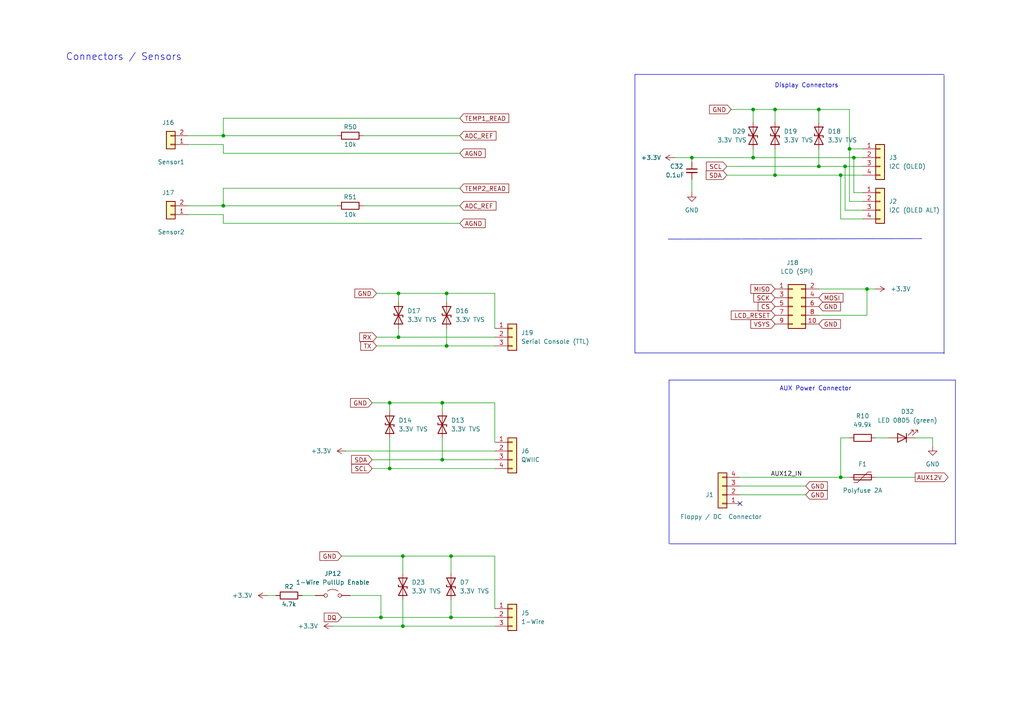
<source format=kicad_sch>
(kicad_sch (version 20231120) (generator "eeschema") (generator_version "8.0")
  (paper "A4")
  (title_block (title "FanPico-0401D v1.1") (date "2024-08-15") (company "Timo Kokkonen <tjko@iki.fi>") (comment 3 "Fanpico firmware reference PCB."))
  (lib_symbols
    (symbol "Connector_Generic:Conn_01x02" (pin_names (offset 1.016) hide)
      (property "Reference" "J" (at 0 2.54 0))
      (property "Value" "Conn_01x02" (at 0 -5.08 0))
      (symbol "Conn_01x02_1_1"
        (rectangle (start -1.27 -2.413) (end 0 -2.667) (stroke (width 0.1524)))
        (rectangle (start -1.27 0.127) (end 0 -0.127) (stroke (width 0.1524)))
        (rectangle (start -1.27 1.27) (end 1.27 -3.81) (stroke (width 0.254)) (fill (type background)))
        (pin passive line (at -5.08 0 0) (length 3.81) (name "Pin_1") (number "1"))
        (pin passive line (at -5.08 -2.54 0) (length 3.81) (name "Pin_2") (number "2"))
      )
    )
    (symbol "Connector_Generic:Conn_01x03" (pin_names (offset 1.016) hide)
      (property "Reference" "J" (at 0 5.08 0))
      (property "Value" "Conn_01x03" (at 0 -5.08 0))
      (symbol "Conn_01x03_1_1"
        (rectangle (start -1.27 -2.413) (end 0 -2.667) (stroke (width 0.1524)))
        (rectangle (start -1.27 0.127) (end 0 -0.127) (stroke (width 0.1524)))
        (rectangle (start -1.27 2.667) (end 0 2.413) (stroke (width 0.1524)))
        (rectangle (start -1.27 3.81) (end 1.27 -3.81) (stroke (width 0.254)) (fill (type background)))
        (pin passive line (at -5.08 2.54 0) (length 3.81) (name "Pin_1") (number "1"))
        (pin passive line (at -5.08 0 0) (length 3.81) (name "Pin_2") (number "2"))
        (pin passive line (at -5.08 -2.54 0) (length 3.81) (name "Pin_3") (number "3"))
      )
    )
    (symbol "Connector_Generic:Conn_01x04" (pin_names (offset 1.016) hide)
      (property "Reference" "J" (at 0 5.08 0))
      (property "Value" "Conn_01x04" (at 0 -7.62 0))
      (symbol "Conn_01x04_1_1"
        (rectangle (start -1.27 -4.953) (end 0 -5.207) (stroke (width 0.1524)))
        (rectangle (start -1.27 -2.413) (end 0 -2.667) (stroke (width 0.1524)))
        (rectangle (start -1.27 0.127) (end 0 -0.127) (stroke (width 0.1524)))
        (rectangle (start -1.27 2.667) (end 0 2.413) (stroke (width 0.1524)))
        (rectangle (start -1.27 3.81) (end 1.27 -6.35) (stroke (width 0.254)) (fill (type background)))
        (pin passive line (at -5.08 2.54 0) (length 3.81) (name "Pin_1") (number "1"))
        (pin passive line (at -5.08 0 0) (length 3.81) (name "Pin_2") (number "2"))
        (pin passive line (at -5.08 -2.54 0) (length 3.81) (name "Pin_3") (number "3"))
        (pin passive line (at -5.08 -5.08 0) (length 3.81) (name "Pin_4") (number "4"))
      )
    )
    (symbol "Connector_Generic:Conn_02x05_Odd_Even" (pin_names (offset 1.016) hide)
      (property "Reference" "J" (at 1.27 7.62 0))
      (property "Value" "Conn_02x05_Odd_Even" (at 1.27 -7.62 0))
      (symbol "Conn_02x05_Odd_Even_1_1"
        (rectangle (start -1.27 -4.953) (end 0 -5.207) (stroke (width 0.1524)))
        (rectangle (start -1.27 -2.413) (end 0 -2.667) (stroke (width 0.1524)))
        (rectangle (start -1.27 0.127) (end 0 -0.127) (stroke (width 0.1524)))
        (rectangle (start -1.27 2.667) (end 0 2.413) (stroke (width 0.1524)))
        (rectangle (start -1.27 5.207) (end 0 4.953) (stroke (width 0.1524)))
        (rectangle (start -1.27 6.35) (end 3.81 -6.35) (stroke (width 0.254)) (fill (type background)))
        (rectangle (start 3.81 -4.953) (end 2.54 -5.207) (stroke (width 0.1524)))
        (rectangle (start 3.81 -2.413) (end 2.54 -2.667) (stroke (width 0.1524)))
        (rectangle (start 3.81 0.127) (end 2.54 -0.127) (stroke (width 0.1524)))
        (rectangle (start 3.81 2.667) (end 2.54 2.413) (stroke (width 0.1524)))
        (rectangle (start 3.81 5.207) (end 2.54 4.953) (stroke (width 0.1524)))
        (pin passive line (at -5.08 5.08 0) (length 3.81) (name "Pin_1") (number "1"))
        (pin passive line (at 7.62 -5.08 180) (length 3.81) (name "Pin_10") (number "10"))
        (pin passive line (at 7.62 5.08 180) (length 3.81) (name "Pin_2") (number "2"))
        (pin passive line (at -5.08 2.54 0) (length 3.81) (name "Pin_3") (number "3"))
        (pin passive line (at 7.62 2.54 180) (length 3.81) (name "Pin_4") (number "4"))
        (pin passive line (at -5.08 0 0) (length 3.81) (name "Pin_5") (number "5"))
        (pin passive line (at 7.62 0 180) (length 3.81) (name "Pin_6") (number "6"))
        (pin passive line (at -5.08 -2.54 0) (length 3.81) (name "Pin_7") (number "7"))
        (pin passive line (at 7.62 -2.54 180) (length 3.81) (name "Pin_8") (number "8"))
        (pin passive line (at -5.08 -5.08 0) (length 3.81) (name "Pin_9") (number "9"))
      )
    )
    (symbol "Device:C_Small" (pin_numbers hide) (pin_names (offset 0.254) hide)
      (property "Reference" "C" (at 0.254 1.778 0))
      (property "Value" "C_Small" (at 0.254 -2.032 0))
      (symbol "C_Small_0_1"
        (polyline (pts (xy -1.524 -0.508) (xy 1.524 -0.508)) (stroke (width 0.3302)))
        (polyline (pts (xy -1.524 0.508) (xy 1.524 0.508)) (stroke (width 0.3048)))
      )
      (symbol "C_Small_1_1"
        (pin passive line (at 0 2.54 270) (length 2.032) (name "~") (number "1"))
        (pin passive line (at 0 -2.54 90) (length 2.032) (name "~") (number "2"))
      )
    )
    (symbol "Device:D_TVS" (pin_numbers hide) (pin_names (offset 1.016) hide)
      (property "Reference" "D" (at 0 2.54 0))
      (property "Value" "D_TVS" (at 0 -2.54 0))
      (symbol "D_TVS_0_1"
        (polyline (pts (xy 1.27 0) (xy -1.27 0)))
        (polyline (pts (xy 0.508 1.27) (xy 0 1.27) (xy 0 -1.27) (xy -0.508 -1.27)) (stroke (width 0.254)))
        (polyline (pts (xy -2.54 1.27) (xy -2.54 -1.27) (xy 2.54 1.27) (xy 2.54 -1.27) (xy -2.54 1.27)) (stroke (width 0.254)))
      )
      (symbol "D_TVS_1_1"
        (pin passive line (at -3.81 0 0) (length 2.54) (name "A1") (number "1"))
        (pin passive line (at 3.81 0 180) (length 2.54) (name "A2") (number "2"))
      )
    )
    (symbol "Device:LED" (pin_numbers hide) (pin_names (offset 1.016) hide)
      (property "Reference" "D" (at 0 2.54 0))
      (property "Value" "LED" (at 0 -2.54 0))
      (symbol "LED_0_1"
        (polyline (pts (xy -1.27 -1.27) (xy -1.27 1.27)) (stroke (width 0.254)))
        (polyline (pts (xy -1.27 0) (xy 1.27 0)))
        (polyline (pts (xy 1.27 -1.27) (xy 1.27 1.27) (xy -1.27 0) (xy 1.27 -1.27)) (stroke (width 0.254)))
        (polyline (pts (xy -3.048 -0.762) (xy -4.572 -2.286) (xy -3.81 -2.286) (xy -4.572 -2.286) (xy -4.572 -1.524)))
        (polyline (pts (xy -1.778 -0.762) (xy -3.302 -2.286) (xy -2.54 -2.286) (xy -3.302 -2.286) (xy -3.302 -1.524)))
      )
      (symbol "LED_1_1"
        (pin passive line (at -3.81 0 0) (length 2.54) (name "K") (number "1"))
        (pin passive line (at 3.81 0 180) (length 2.54) (name "A") (number "2"))
      )
    )
    (symbol "Device:Polyfuse" (pin_numbers hide) (pin_names (offset 0))
      (property "Reference" "F" (at -2.54 0 90))
      (property "Value" "Polyfuse" (at 2.54 0 90))
      (symbol "Polyfuse_0_1"
        (rectangle (start -0.762 2.54) (end 0.762 -2.54) (stroke (width 0.254)))
        (polyline (pts (xy 0 2.54) (xy 0 -2.54)))
        (polyline (pts (xy -1.524 2.54) (xy -1.524 1.524) (xy 1.524 -1.524) (xy 1.524 -2.54)))
      )
      (symbol "Polyfuse_1_1"
        (pin passive line (at 0 3.81 270) (length 1.27) (name "~") (number "1"))
        (pin passive line (at 0 -3.81 90) (length 1.27) (name "~") (number "2"))
      )
    )
    (symbol "Device:R" (pin_numbers hide) (pin_names (offset 0))
      (property "Reference" "R" (at 2.032 0 90))
      (property "Value" "R" (at 0 0 90))
      (symbol "R_0_1"
        (rectangle (start -1.016 -2.54) (end 1.016 2.54) (stroke (width 0.254)))
      )
      (symbol "R_1_1"
        (pin passive line (at 0 3.81 270) (length 1.27) (name "~") (number "1"))
        (pin passive line (at 0 -3.81 90) (length 1.27) (name "~") (number "2"))
      )
    )
    (symbol "Jumper:Jumper_2_Open" (pin_numbers hide) (pin_names (offset 0) hide) (exclude_from_sim yes)
      (property "Reference" "JP" (at 0 2.794 0))
      (property "Value" "Jumper_2_Open" (at 0 -2.286 0))
      (symbol "Jumper_2_Open_0_0"
        (circle (center -2.032 0) (radius 0.508))
        (circle (center 2.032 0) (radius 0.508))
      )
      (symbol "Jumper_2_Open_0_1"
        (arc (start 1.524 1.27) (mid 0 1.778) (end -1.524 1.27))
      )
      (symbol "Jumper_2_Open_1_1"
        (pin passive line (at -5.08 0 0) (length 2.54) (name "A") (number "1"))
        (pin passive line (at 5.08 0 180) (length 2.54) (name "B") (number "2"))
      )
    )
    (symbol "power:+3.3V" (power) (pin_numbers hide) (pin_names (offset 0) hide)
      (property "Value" "+3.3V" (at 0 3.556 0))
      (symbol "+3.3V_0_1"
        (polyline (pts (xy -0.762 1.27) (xy 0 2.54)))
        (polyline (pts (xy 0 0) (xy 0 2.54)))
        (polyline (pts (xy 0 2.54) (xy 0.762 1.27)))
      )
      (symbol "+3.3V_1_1"
        (pin power_in line (at 0 0 90) (length 0) (name "~") (number "1"))
      )
    )
    (symbol "power:GND" (power) (pin_numbers hide) (pin_names (offset 0) hide)
      (property "Value" "GND" (at 0 -3.81 0))
      (symbol "GND_0_1"
        (polyline (pts (xy 0 0) (xy 0 -1.27) (xy 1.27 -1.27) (xy 0 -2.54) (xy -1.27 -1.27) (xy 0 -1.27)))
      )
      (symbol "GND_1_1"
        (pin power_in line (at 0 0 270) (length 0) (name "~") (number "1"))
      )
    )
  )
  (junction (at 110.49 179.07))
  (junction (at 130.81 179.07))
  (junction (at 129.54 100.33))
  (junction (at 218.44 31.75))
  (junction (at 247.65 45.72))
  (junction (at 128.27 133.35))
  (junction (at 251.46 83.82))
  (junction (at 224.79 31.75))
  (junction (at 113.03 116.84))
  (junction (at 237.49 31.75))
  (junction (at 243.84 50.8))
  (junction (at 129.54 85.09))
  (junction (at 113.03 135.89))
  (junction (at 218.44 45.72))
  (junction (at 128.27 116.84))
  (junction (at 64.77 39.37))
  (junction (at 116.84 181.61))
  (junction (at 200.66 45.72))
  (junction (at 237.49 48.26))
  (junction (at 115.57 97.79))
  (junction (at 224.79 50.8))
  (junction (at 243.84 138.43))
  (junction (at 246.38 43.18))
  (junction (at 116.84 161.29))
  (junction (at 130.81 161.29))
  (junction (at 115.57 85.09))
  (junction (at 64.77 59.69))
  (junction (at 245.11 48.26))
  (no_connect (at 214.63 146.05))
  (wire (pts (xy 64.77 34.29) (xy 133.35 34.29)))
  (wire (pts (xy 133.35 44.45) (xy 64.77 44.45)))
  (wire (pts (xy 265.43 127) (xy 270.51 127)))
  (wire (pts (xy 129.54 85.09) (xy 129.54 87.63)))
  (wire (pts (xy 128.27 116.84) (xy 143.51 116.84)))
  (wire (pts (xy 54.61 59.69) (xy 64.77 59.69)))
  (wire (pts (xy 130.81 161.29) (xy 130.81 166.37)))
  (wire (pts (xy 109.22 97.79) (xy 115.57 97.79)))
  (wire (pts (xy 129.54 100.33) (xy 143.51 100.33)))
  (wire (pts (xy 245.11 48.26) (xy 245.11 60.96)))
  (wire (pts (xy 243.84 138.43) (xy 246.38 138.43)))
  (wire (pts (xy 210.82 50.8) (xy 224.79 50.8)))
  (wire (pts (xy 105.41 59.69) (xy 133.35 59.69)))
  (wire (pts (xy 64.77 34.29) (xy 64.77 39.37)))
  (wire (pts (xy 237.49 48.26) (xy 245.11 48.26)))
  (polyline (pts (xy 184.15 102.362) (xy 273.812 102.362)))
  (wire (pts (xy 130.81 173.99) (xy 130.81 179.07)))
  (wire (pts (xy 224.79 43.18) (xy 224.79 50.8)))
  (wire (pts (xy 110.49 179.07) (xy 130.81 179.07)))
  (polyline (pts (xy 194.056 110.236) (xy 277.114 110.236)))
  (wire (pts (xy 115.57 97.79) (xy 143.51 97.79)))
  (wire (pts (xy 129.54 95.25) (xy 129.54 100.33)))
  (wire (pts (xy 212.09 31.75) (xy 218.44 31.75)))
  (wire (pts (xy 246.38 31.75) (xy 246.38 43.18)))
  (wire (pts (xy 101.6 172.72) (xy 110.49 172.72)))
  (wire (pts (xy 246.38 43.18) (xy 246.38 58.42)))
  (wire (pts (xy 224.79 31.75) (xy 224.79 35.56)))
  (wire (pts (xy 237.49 43.18) (xy 237.49 48.26)))
  (wire (pts (xy 243.84 50.8) (xy 250.19 50.8)))
  (wire (pts (xy 115.57 85.09) (xy 115.57 87.63)))
  (wire (pts (xy 96.52 181.61) (xy 116.84 181.61)))
  (wire (pts (xy 245.11 48.26) (xy 250.19 48.26)))
  (wire (pts (xy 64.77 39.37) (xy 97.79 39.37)))
  (wire (pts (xy 99.06 179.07) (xy 110.49 179.07)))
  (wire (pts (xy 143.51 161.29) (xy 143.51 176.53)))
  (wire (pts (xy 246.38 127) (xy 243.84 127)))
  (wire (pts (xy 54.61 39.37) (xy 64.77 39.37)))
  (wire (pts (xy 218.44 43.18) (xy 218.44 45.72)))
  (wire (pts (xy 64.77 64.77) (xy 64.77 62.23)))
  (wire (pts (xy 200.66 46.99) (xy 200.66 45.72)))
  (wire (pts (xy 64.77 59.69) (xy 97.79 59.69)))
  (wire (pts (xy 128.27 116.84) (xy 128.27 119.38)))
  (wire (pts (xy 247.65 55.88) (xy 247.65 45.72)))
  (wire (pts (xy 143.51 116.84) (xy 143.51 128.27)))
  (wire (pts (xy 195.58 45.72) (xy 200.66 45.72)))
  (wire (pts (xy 64.77 54.61) (xy 133.35 54.61)))
  (wire (pts (xy 113.03 127) (xy 113.03 135.89)))
  (wire (pts (xy 116.84 181.61) (xy 143.51 181.61)))
  (wire (pts (xy 109.22 100.33) (xy 129.54 100.33)))
  (wire (pts (xy 64.77 44.45) (xy 64.77 41.91)))
  (wire (pts (xy 116.84 161.29) (xy 116.84 166.37)))
  (wire (pts (xy 87.63 172.72) (xy 91.44 172.72)))
  (wire (pts (xy 107.95 135.89) (xy 113.03 135.89)))
  (wire (pts (xy 129.54 85.09) (xy 143.51 85.09)))
  (wire (pts (xy 254 127) (xy 257.81 127)))
  (wire (pts (xy 107.95 116.84) (xy 113.03 116.84)))
  (wire (pts (xy 246.38 58.42) (xy 250.19 58.42)))
  (polyline (pts (xy 273.812 21.59) (xy 184.15 21.59)))
  (wire (pts (xy 254 83.82) (xy 251.46 83.82)))
  (wire (pts (xy 243.84 50.8) (xy 243.84 63.5)))
  (wire (pts (xy 200.66 45.72) (xy 218.44 45.72)))
  (wire (pts (xy 210.82 48.26) (xy 237.49 48.26)))
  (wire (pts (xy 99.06 161.29) (xy 116.84 161.29)))
  (wire (pts (xy 64.77 54.61) (xy 64.77 59.69)))
  (wire (pts (xy 214.63 138.43) (xy 243.84 138.43)))
  (wire (pts (xy 115.57 85.09) (xy 129.54 85.09)))
  (wire (pts (xy 250.19 63.5) (xy 243.84 63.5)))
  (wire (pts (xy 113.03 135.89) (xy 143.51 135.89)))
  (wire (pts (xy 130.81 161.29) (xy 143.51 161.29)))
  (wire (pts (xy 105.41 39.37) (xy 133.35 39.37)))
  (wire (pts (xy 110.49 172.72) (xy 110.49 179.07)))
  (wire (pts (xy 64.77 41.91) (xy 54.61 41.91)))
  (wire (pts (xy 54.61 62.23) (xy 64.77 62.23)))
  (polyline (pts (xy 194.31 157.734) (xy 277.368 157.734)))
  (polyline (pts (xy 273.812 102.616) (xy 273.812 21.844)))
  (wire (pts (xy 250.19 60.96) (xy 245.11 60.96)))
  (wire (pts (xy 128.27 133.35) (xy 143.51 133.35)))
  (wire (pts (xy 214.63 143.51) (xy 233.68 143.51)))
  (wire (pts (xy 116.84 161.29) (xy 130.81 161.29)))
  (wire (pts (xy 128.27 127) (xy 128.27 133.35)))
  (wire (pts (xy 218.44 31.75) (xy 224.79 31.75)))
  (wire (pts (xy 218.44 31.75) (xy 218.44 35.56)))
  (wire (pts (xy 115.57 95.25) (xy 115.57 97.79)))
  (wire (pts (xy 237.49 91.44) (xy 251.46 91.44)))
  (polyline (pts (xy 194.056 157.734) (xy 194.056 110.236)))
  (wire (pts (xy 270.51 127) (xy 270.51 129.54)))
  (wire (pts (xy 254 138.43) (xy 265.43 138.43)))
  (wire (pts (xy 237.49 31.75) (xy 237.49 35.56)))
  (polyline (pts (xy 184.15 21.59) (xy 184.15 102.362)))
  (wire (pts (xy 237.49 31.75) (xy 246.38 31.75)))
  (wire (pts (xy 130.81 179.07) (xy 143.51 179.07)))
  (wire (pts (xy 247.65 45.72) (xy 250.19 45.72)))
  (wire (pts (xy 243.84 127) (xy 243.84 138.43)))
  (wire (pts (xy 214.63 140.97) (xy 233.68 140.97)))
  (wire (pts (xy 77.47 172.72) (xy 80.01 172.72)))
  (polyline (pts (xy 193.802 69.342) (xy 267.335 69.215)))
  (wire (pts (xy 133.35 64.77) (xy 64.77 64.77)))
  (wire (pts (xy 251.46 91.44) (xy 251.46 83.82)))
  (wire (pts (xy 100.33 130.81) (xy 143.51 130.81)))
  (wire (pts (xy 113.03 116.84) (xy 113.03 119.38)))
  (wire (pts (xy 109.22 85.09) (xy 115.57 85.09)))
  (wire (pts (xy 224.79 31.75) (xy 237.49 31.75)))
  (wire (pts (xy 218.44 45.72) (xy 247.65 45.72)))
  (wire (pts (xy 116.84 173.99) (xy 116.84 181.61)))
  (wire (pts (xy 250.19 55.88) (xy 247.65 55.88)))
  (wire (pts (xy 200.66 52.07) (xy 200.66 55.88)))
  (wire (pts (xy 224.79 50.8) (xy 243.84 50.8)))
  (wire (pts (xy 113.03 116.84) (xy 128.27 116.84)))
  (wire (pts (xy 251.46 83.82) (xy 237.49 83.82)))
  (wire (pts (xy 246.38 43.18) (xy 250.19 43.18)))
  (wire (pts (xy 107.95 133.35) (xy 128.27 133.35)))
  (polyline (pts (xy 277.114 110.236) (xy 277.114 157.734)))
  (wire (pts (xy 143.51 85.09) (xy 143.51 95.25)))
  (text "Connectors / Sensors" (at 19.05 17.78 0) (effects (font (size 2 2)) (justify left bottom)))
  (text "AUX Power Connector" (at 226.06 113.538 0) (effects (font (size 1.27 1.27)) (justify left bottom)))
  (text "Display Connectors" (at 233.934 24.892 0) (effects (font (size 1.27 1.27))))
  (label "AUX12_IN" (at 223.52 138.43 0))
  (global_label "TX" (shape input) (at 109.22 100.33 180) (property "Intersheetrefs" "${INTERSHEET_REFS}" (effects (hide yes))))
  (global_label "GND" (shape input) (at 109.22 85.09 180) (property "Intersheetrefs" "${INTERSHEET_REFS}" (effects (hide yes))))
  (global_label "GND" (shape input) (at 237.49 88.9 0) (property "Intersheetrefs" "${INTERSHEET_REFS}" (effects (hide yes))))
  (global_label "SCL" (shape input) (at 210.82 48.26 180) (property "Intersheetrefs" "${INTERSHEET_REFS}" (effects (hide yes))))
  (global_label "SDA" (shape input) (at 210.82 50.8 180) (property "Intersheetrefs" "${INTERSHEET_REFS}" (effects (hide yes))))
  (global_label "GND" (shape input) (at 237.49 93.98 0) (property "Intersheetrefs" "${INTERSHEET_REFS}" (effects (hide yes))))
  (global_label "RX" (shape input) (at 109.22 97.79 180) (property "Intersheetrefs" "${INTERSHEET_REFS}" (effects (hide yes))))
  (global_label "GND" (shape input) (at 233.68 143.51 0) (property "Intersheetrefs" "${INTERSHEET_REFS}" (effects (hide yes))))
  (global_label "AGND" (shape input) (at 133.35 64.77 0) (property "Intersheetrefs" "${INTERSHEET_REFS}" (effects (hide yes))))
  (global_label "MOSI" (shape input) (at 237.49 86.36 0) (property "Intersheetrefs" "${INTERSHEET_REFS}" (effects (hide yes))))
  (global_label "SCL" (shape input) (at 107.95 135.89 180) (property "Intersheetrefs" "${INTERSHEET_REFS}" (effects (hide yes))))
  (global_label "CS" (shape input) (at 224.79 88.9 180) (property "Intersheetrefs" "${INTERSHEET_REFS}" (effects (hide yes))))
  (global_label "ADC_REF" (shape input) (at 133.35 39.37 0) (property "Intersheetrefs" "${INTERSHEET_REFS}" (effects (hide yes))))
  (global_label "MISO" (shape input) (at 224.79 83.82 180) (property "Intersheetrefs" "${INTERSHEET_REFS}" (effects (hide yes))))
  (global_label "VSYS" (shape input) (at 224.79 93.98 180) (property "Intersheetrefs" "${INTERSHEET_REFS}" (effects (hide yes))))
  (global_label "GND" (shape input) (at 233.68 140.97 0) (property "Intersheetrefs" "${INTERSHEET_REFS}" (effects (hide yes))))
  (global_label "ADC_REF" (shape input) (at 133.35 59.69 0) (property "Intersheetrefs" "${INTERSHEET_REFS}" (effects (hide yes))))
  (global_label "TEMP1_READ" (shape input) (at 133.35 34.29 0) (property "Intersheetrefs" "${INTERSHEET_REFS}" (effects (hide yes))))
  (global_label "GND" (shape input) (at 212.09 31.75 180) (property "Intersheetrefs" "${INTERSHEET_REFS}" (effects (hide yes))))
  (global_label "AUX12V" (shape output) (at 265.43 138.43 0) (property "Intersheetrefs" "${INTERSHEET_REFS}" (effects (hide yes))))
  (global_label "GND" (shape input) (at 107.95 116.84 180) (property "Intersheetrefs" "${INTERSHEET_REFS}" (effects (hide yes))))
  (global_label "SCK" (shape input) (at 224.79 86.36 180) (property "Intersheetrefs" "${INTERSHEET_REFS}" (effects (hide yes))))
  (global_label "SDA" (shape input) (at 107.95 133.35 180) (property "Intersheetrefs" "${INTERSHEET_REFS}" (effects (hide yes))))
  (global_label "LCD_RESET" (shape input) (at 224.79 91.44 180) (property "Intersheetrefs" "${INTERSHEET_REFS}" (effects (hide yes))))
  (global_label "DQ" (shape input) (at 99.06 179.07 180) (property "Intersheetrefs" "${INTERSHEET_REFS}" (effects (hide yes))))
  (global_label "GND" (shape input) (at 99.06 161.29 180) (property "Intersheetrefs" "${INTERSHEET_REFS}" (effects (hide yes))))
  (global_label "TEMP2_READ" (shape input) (at 133.35 54.61 0) (property "Intersheetrefs" "${INTERSHEET_REFS}" (effects (hide yes))))
  (global_label "AGND" (shape input) (at 133.35 44.45 0) (property "Intersheetrefs" "${INTERSHEET_REFS}" (effects (hide yes))))
  (symbol (lib_id "Device:D_TVS") (at 218.44 39.37 270) (unit 1)
    (property "Reference" "D29" (at 212.344 38.1 90) (effects (justify left)))
    (property "Value" "3.3V TVS" (at 208.026 40.64 90) (effects (justify left)))
    (property "Footprint" "Diode_SMD:D_SOD-323_HandSoldering" (effects (hide yes)))
    (property "Description" "Bidirectional transient-voltage-suppression diode" (effects (hide yes)))
    (property "LCSC Part Number" "C78439" (effects (hide yes)))
  )
  (symbol (lib_id "Device:D_TVS") (at 116.84 170.18 270) (unit 1)
    (property "Reference" "D23" (at 119.38 168.9099 90) (effects (justify left)))
    (property "Value" "3.3V TVS" (at 119.38 171.4499 90) (effects (justify left)))
    (property "Footprint" "Diode_SMD:D_SOD-323_HandSoldering" (effects (hide yes)))
    (property "Description" "Bidirectional transient-voltage-suppression diode" (effects (hide yes)))
    (property "LCSC Part Number" "C78439" (effects (hide yes)))
  )
  (symbol (lib_id "Connector_Generic:Conn_01x04") (at 148.59 130.81 0) (unit 1)
    (property "Reference" "J6" (at 151.13 130.8099 0) (effects (justify left)))
    (property "Value" "QWIIC" (at 151.13 133.3499 0) (effects (justify left)))
    (property "Footprint" "Connector_JST:JST_SH_SM04B-SRSS-TB_1x04-1MP_P1.00mm_Horizontal" (effects (hide yes)))
    (property "Description" "Generic connector, single row, 01x04, script generated (kicad-library-utils/schlib/autogen/connector/)" (effects (hide yes)))
    (property "LCSC Part Number" "C160404" (effects (hide yes)))
  )
  (symbol (lib_id "Device:C_Small") (at 200.66 49.53 0) (unit 1)
    (property "Reference" "C32" (at 194.31 48.26 0) (effects (justify left)))
    (property "Value" "0.1uF" (at 193.04 50.8 0) (effects (justify left)))
    (property "Footprint" "Capacitor_SMD:C_0603_1608Metric_Pad1.08x0.95mm_HandSolder" (effects (hide yes)))
    (property "Description" "Unpolarized capacitor, small symbol" (effects (hide yes)))
    (property "LCSC Part Number" "C1591" (effects (hide yes)))
  )
  (symbol (lib_id "Connector_Generic:Conn_01x02") (at 49.53 62.23 180) (unit 1)
    (property "Reference" "J17" (at 46.99 55.88 0) (effects (justify right)))
    (property "Value" "Sensor2" (at 45.72 67.31 0) (effects (justify right)))
    (property "Footprint" "Connector_JST:JST_XH_B2B-XH-A_1x02_P2.50mm_Vertical" (effects (hide yes)))
    (property "Description" "Generic connector, single row, 01x02, script generated (kicad-library-utils/schlib/autogen/connector/)" (effects (hide yes)))
    (property "LCSC Part Number" "C158012" (effects (hide yes)))
  )
  (symbol (lib_id "Device:D_TVS") (at 115.57 91.44 270) (unit 1)
    (property "Reference" "D17" (at 118.11 90.1699 90) (effects (justify left)))
    (property "Value" "3.3V TVS" (at 118.11 92.7099 90) (effects (justify left)))
    (property "Footprint" "Diode_SMD:D_SOD-323_HandSoldering" (effects (hide yes)))
    (property "Description" "Bidirectional transient-voltage-suppression diode" (effects (hide yes)))
    (property "LCSC Part Number" "C78439" (effects (hide yes)))
  )
  (symbol (lib_id "Connector_Generic:Conn_01x04") (at 209.55 143.51 180) (unit 1)
    (property "Reference" "J1" (at 207.01 143.5101 0) (effects (justify left)))
    (property "Value" "Floppy / DC  Connector" (at 220.98 149.86 0) (effects (justify left)))
    (property "Footprint" "FanPico:TE 171826-4 Floppy 4-pin Combo" (effects (hide yes)))
    (property "Description" "Generic connector, single row, 01x04, script generated (kicad-library-utils/schlib/autogen/connector/)" (effects (hide yes)))
    (property "LCSC Part Number" "C590635 / C720558" (effects (hide yes)))
    (property "Mouser Part Number" "571-1718264" (effects (hide yes)))
  )
  (symbol (lib_id "Device:LED") (at 261.62 127 180) (unit 1)
    (property "Reference" "D32" (at 263.2075 119.38 0))
    (property "Value" "LED 0805 (green)" (at 263.2075 121.92 0))
    (property "Footprint" "LED_SMD:LED_0805_2012Metric_Pad1.15x1.40mm_HandSolder" (effects (hide yes)))
    (property "Description" "Light emitting diode" (effects (hide yes)))
    (property "LCSC Part Number" "C434432" (effects (hide yes)))
    (property "Mouser Part Number" "710-150080GS75000" (effects (hide yes)))
  )
  (symbol (lib_id "Device:D_TVS") (at 129.54 91.44 270) (unit 1)
    (property "Reference" "D16" (at 132.08 90.1699 90) (effects (justify left)))
    (property "Value" "3.3V TVS" (at 132.08 92.7099 90) (effects (justify left)))
    (property "Footprint" "Diode_SMD:D_SOD-323_HandSoldering" (effects (hide yes)))
    (property "Description" "Bidirectional transient-voltage-suppression diode" (effects (hide yes)))
    (property "LCSC Part Number" "C78439" (effects (hide yes)))
  )
  (symbol (lib_id "Device:Polyfuse") (at 250.19 138.43 90) (unit 1)
    (property "Reference" "F1" (at 250.19 134.62 90))
    (property "Value" "Polyfuse 2A" (at 250.19 142.24 90))
    (property "Footprint" "Fuse:Fuse_2920_7451Metric_Pad2.10x5.45mm_HandSolder" (effects (hide yes)))
    (property "Description" "Resettable fuse, polymeric positive temperature coefficient" (effects (hide yes)))
    (property "LCSC Part Number" "C910843" (effects (hide yes)))
  )
  (symbol (lib_id "Connector_Generic:Conn_01x04") (at 255.27 45.72 0) (unit 1)
    (property "Reference" "J3" (at 257.81 45.7199 0) (effects (justify left)))
    (property "Value" "I2C (OLED)" (at 257.81 48.2599 0) (effects (justify left)))
    (property "Footprint" "Connector_PinSocket_2.54mm:PinSocket_1x04_P2.54mm_Vertical" (effects (hide yes)))
    (property "Description" "Generic connector, single row, 01x04, script generated (kicad-library-utils/schlib/autogen/connector/)" (effects (hide yes)))
  )
  (symbol (lib_id "power:+3.3V") (at 77.47 172.72 90) (unit 1)
    (property "Reference" "#PWR028" (effects (hide yes)))
    (property "Value" "+3.3V" (at 67.31 172.72 90) (effects (justify right)))
    (property "Description" "Power symbol creates a global label with name \"+3.3V\"" (effects (hide yes)))
  )
  (symbol (lib_id "Device:R") (at 250.19 127 90) (unit 1)
    (property "Reference" "R10" (at 250.19 120.65 90))
    (property "Value" "49.9k" (at 250.19 123.19 90))
    (property "Footprint" "Resistor_SMD:R_0603_1608Metric_Pad0.98x0.95mm_HandSolder" (effects (hide yes)))
    (property "Description" "Resistor" (effects (hide yes)))
    (property "LCSC Part Number" "C114624" (effects (hide yes)))
  )
  (symbol (lib_id "Device:D_TVS") (at 128.27 123.19 270) (unit 1)
    (property "Reference" "D13" (at 130.81 121.9199 90) (effects (justify left)))
    (property "Value" "3.3V TVS" (at 130.81 124.4599 90) (effects (justify left)))
    (property "Footprint" "Diode_SMD:D_SOD-323_HandSoldering" (effects (hide yes)))
    (property "Description" "Bidirectional transient-voltage-suppression diode" (effects (hide yes)))
    (property "LCSC Part Number" "C78439" (effects (hide yes)))
  )
  (symbol (lib_id "power:GND") (at 200.66 55.88 0) (unit 1)
    (property "Reference" "#PWR087" (effects (hide yes)))
    (property "Value" "GND" (at 200.66 60.96 0))
    (property "Description" "Power symbol creates a global label with name \"GND\" , ground" (effects (hide yes)))
  )
  (symbol (lib_id "power:+3.3V") (at 195.58 45.72 90) (unit 1)
    (property "Reference" "#PWR085" (effects (hide yes)))
    (property "Value" "+3.3V" (at 191.77 45.7199 90) (effects (justify left)))
    (property "Description" "Power symbol creates a global label with name \"+3.3V\"" (effects (hide yes)))
  )
  (symbol (lib_id "Device:R") (at 101.6 59.69 90) (unit 1)
    (property "Reference" "R51" (at 101.6 57.15 90))
    (property "Value" "10k" (at 101.6 62.23 90))
    (property "Footprint" "Resistor_SMD:R_0603_1608Metric_Pad0.98x0.95mm_HandSolder" (effects (hide yes)))
    (property "Description" "Resistor" (effects (hide yes)))
    (property "LCSC Part Number" "C98220" (effects (hide yes)))
  )
  (symbol (lib_id "Connector_Generic:Conn_02x05_Odd_Even") (at 229.87 88.9 0) (unit 1)
    (property "Reference" "J18" (at 229.87 76.2 0))
    (property "Value" "LCD (SPI)" (at 231.14 78.74 0))
    (property "Footprint" "Connector_PinHeader_2.54mm:PinHeader_2x05_P2.54mm_Vertical" (effects (hide yes)))
    (property "Description" "Generic connector, double row, 02x05, odd/even pin numbering scheme (row 1 odd numbers, row 2 even numbers), script generated (kicad-library-utils/schlib/autogen/connector/)" (effects (hide yes)))
  )
  (symbol (lib_id "Device:R") (at 101.6 39.37 90) (unit 1)
    (property "Reference" "R50" (at 101.6 36.83 90))
    (property "Value" "10k" (at 101.6 41.91 90))
    (property "Footprint" "Resistor_SMD:R_0603_1608Metric_Pad0.98x0.95mm_HandSolder" (effects (hide yes)))
    (property "Description" "Resistor" (effects (hide yes)))
    (property "LCSC Part Number" "C98220" (effects (hide yes)))
  )
  (symbol (lib_id "power:GND") (at 270.51 129.54 0) (unit 1)
    (property "Reference" "#PWR024" (effects (hide yes)))
    (property "Value" "GND" (at 270.51 134.62 0))
    (property "Description" "Power symbol creates a global label with name \"GND\" , ground" (effects (hide yes)))
  )
  (symbol (lib_id "Device:R") (at 83.82 172.72 90) (unit 1)
    (property "Reference" "R2" (at 83.82 170.18 90))
    (property "Value" "4.7k" (at 83.82 175.26 90))
    (property "Footprint" "Resistor_SMD:R_0603_1608Metric_Pad0.98x0.95mm_HandSolder" (effects (hide yes)))
    (property "Description" "Resistor" (effects (hide yes)))
    (property "LCSC Part Number" "C99782" (effects (hide yes)))
  )
  (symbol (lib_id "power:+3.3V") (at 96.52 181.61 90) (unit 1)
    (property "Reference" "#PWR013" (effects (hide yes)))
    (property "Value" "+3.3V" (at 86.36 181.61 90) (effects (justify right)))
    (property "Description" "Power symbol creates a global label with name \"+3.3V\"" (effects (hide yes)))
  )
  (symbol (lib_id "Connector_Generic:Conn_01x02") (at 49.53 41.91 180) (unit 1)
    (property "Reference" "J16" (at 46.99 35.56 0) (effects (justify right)))
    (property "Value" "Sensor1" (at 45.72 46.99 0) (effects (justify right)))
    (property "Footprint" "Connector_JST:JST_XH_B2B-XH-A_1x02_P2.50mm_Vertical" (effects (hide yes)))
    (property "Description" "Generic connector, single row, 01x02, script generated (kicad-library-utils/schlib/autogen/connector/)" (effects (hide yes)))
    (property "LCSC Part Number" "C158012" (effects (hide yes)))
  )
  (symbol (lib_id "Jumper:Jumper_2_Open") (at 96.52 172.72 0) (unit 1) (exclude_from_sim yes)
    (property "Reference" "JP12" (at 96.52 166.37 0))
    (property "Value" "1-Wire PullUp Enable" (at 96.52 168.91 0))
    (property "Footprint" "Connector_PinHeader_2.54mm:PinHeader_1x02_P2.54mm_Vertical" (effects (hide yes)))
    (property "Description" "Jumper, 2-pole, open" (effects (hide yes)))
  )
  (symbol (lib_id "Connector_Generic:Conn_01x04") (at 255.27 58.42 0) (unit 1)
    (property "Reference" "J2" (at 257.81 58.4199 0) (effects (justify left)))
    (property "Value" "I2C (OLED ALT)" (at 257.81 60.9599 0) (effects (justify left)))
    (property "Footprint" "Connector_PinSocket_2.54mm:PinSocket_1x04_P2.54mm_Vertical" (effects (hide yes)))
    (property "Description" "Generic connector, single row, 01x04, script generated (kicad-library-utils/schlib/autogen/connector/)" (effects (hide yes)))
  )
  (symbol (lib_id "Connector_Generic:Conn_01x03") (at 148.59 179.07 0) (unit 1)
    (property "Reference" "J5" (at 151.13 177.7999 0) (effects (justify left)))
    (property "Value" "1-Wire" (at 151.13 180.3399 0) (effects (justify left)))
    (property "Footprint" "TerminalBlock_TE-Connectivity:TerminalBlock_TE_282834-3_1x03_P2.54mm_Horizontal" (effects (hide yes)))
    (property "Description" "Generic connector, single row, 01x03, script generated (kicad-library-utils/schlib/autogen/connector/)" (effects (hide yes)))
    (property "LCSC Part Number" "C68305 or C5188443" (effects (hide yes)))
  )
  (symbol (lib_id "power:+3.3V") (at 254 83.82 270) (unit 1)
    (property "Reference" "#PWR086" (effects (hide yes)))
    (property "Value" "+3.3V" (at 264.16 83.82 90) (effects (justify right)))
    (property "Description" "Power symbol creates a global label with name \"+3.3V\"" (effects (hide yes)))
  )
  (symbol (lib_id "power:+3.3V") (at 100.33 130.81 90) (unit 1)
    (property "Reference" "#PWR019" (effects (hide yes)))
    (property "Value" "+3.3V" (at 90.17 130.81 90) (effects (justify right)))
    (property "Description" "Power symbol creates a global label with name \"+3.3V\"" (effects (hide yes)))
  )
  (symbol (lib_id "Connector_Generic:Conn_01x03") (at 148.59 97.79 0) (unit 1)
    (property "Reference" "J19" (at 151.13 96.5199 0) (effects (justify left)))
    (property "Value" "Serial Console (TTL)" (at 151.13 99.0599 0) (effects (justify left)))
    (property "Footprint" "Connector_PinHeader_2.54mm:PinHeader_1x03_P2.54mm_Vertical" (effects (hide yes)))
    (property "Description" "Generic connector, single row, 01x03, script generated (kicad-library-utils/schlib/autogen/connector/)" (effects (hide yes)))
  )
  (symbol (lib_id "Device:D_TVS") (at 113.03 123.19 270) (unit 1)
    (property "Reference" "D14" (at 115.57 121.9199 90) (effects (justify left)))
    (property "Value" "3.3V TVS" (at 115.57 124.4599 90) (effects (justify left)))
    (property "Footprint" "Diode_SMD:D_SOD-323_HandSoldering" (effects (hide yes)))
    (property "Description" "Bidirectional transient-voltage-suppression diode" (effects (hide yes)))
    (property "LCSC Part Number" "C78439" (effects (hide yes)))
  )
  (symbol (lib_id "Device:D_TVS") (at 224.79 39.37 270) (unit 1)
    (property "Reference" "D19" (at 227.33 38.0999 90) (effects (justify left)))
    (property "Value" "3.3V TVS" (at 227.33 40.6399 90) (effects (justify left)))
    (property "Footprint" "Diode_SMD:D_SOD-323_HandSoldering" (effects (hide yes)))
    (property "Description" "Bidirectional transient-voltage-suppression diode" (effects (hide yes)))
    (property "LCSC Part Number" "C78439" (effects (hide yes)))
  )
  (symbol (lib_id "Device:D_TVS") (at 130.81 170.18 270) (unit 1)
    (property "Reference" "D7" (at 133.35 168.9099 90) (effects (justify left)))
    (property "Value" "3.3V TVS" (at 133.35 171.4499 90) (effects (justify left)))
    (property "Footprint" "Diode_SMD:D_SOD-323_HandSoldering" (effects (hide yes)))
    (property "Description" "Bidirectional transient-voltage-suppression diode" (effects (hide yes)))
    (property "LCSC Part Number" "C78439" (effects (hide yes)))
  )
  (symbol (lib_id "Device:D_TVS") (at 237.49 39.37 270) (unit 1)
    (property "Reference" "D18" (at 240.03 38.0999 90) (effects (justify left)))
    (property "Value" "3.3V TVS" (at 240.03 40.6399 90) (effects (justify left)))
    (property "Footprint" "Diode_SMD:D_SOD-323_HandSoldering" (effects (hide yes)))
    (property "Description" "Bidirectional transient-voltage-suppression diode" (effects (hide yes)))
    (property "LCSC Part Number" "C78439" (effects (hide yes)))
  )
)
</source>
